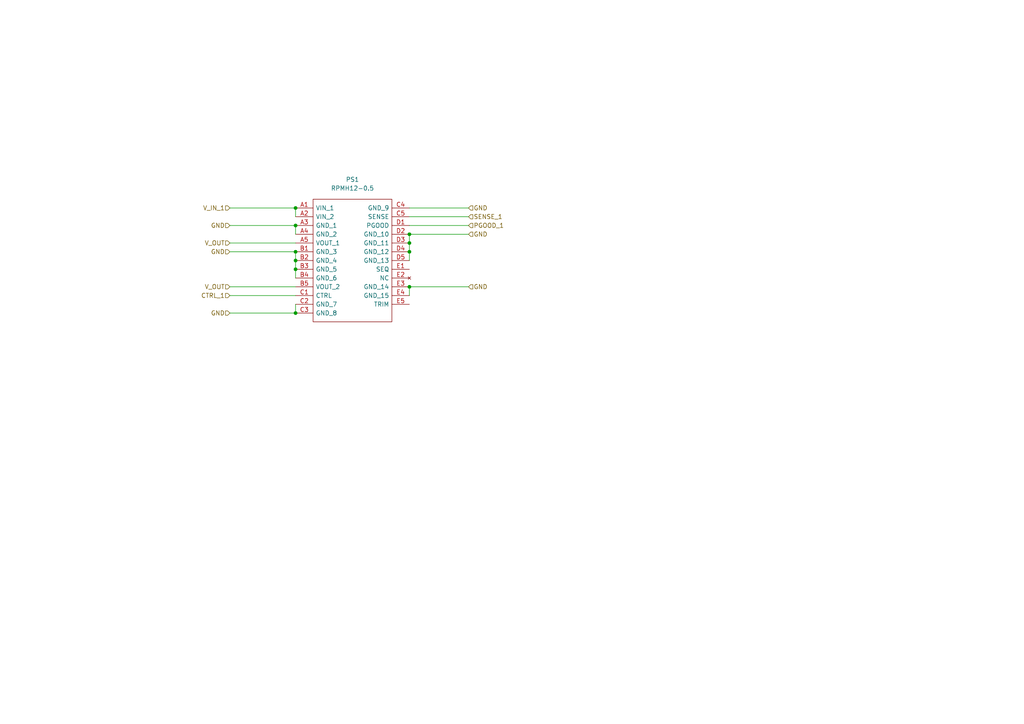
<source format=kicad_sch>
(kicad_sch (version 20211123) (generator eeschema)
  (paper "A4")
  (lib_symbols
    (symbol "RPMH12-0.5:RPMH12-0.5" (pin_names (offset 0.762))
      (property "Reference" "PS" (at 29.21 7.62 0))
      (property "Value" "RPMH12-0.5" (at 29.21 5.08 0))
      (symbol "RPMH12-0.5_0_0"
        (pin passive line (at 0 0 0) (length 5.08) (name "VIN_1") (number "A1"))
        (pin passive line (at 0 -2.54 0) (length 5.08) (name "VIN_2") (number "A2"))
        (pin passive line (at 0 -5.08 0) (length 5.08) (name "GND_1") (number "A3"))
        (pin passive line (at 0 -7.62 0) (length 5.08) (name "GND_2") (number "A4"))
        (pin passive line (at 0 -10.16 0) (length 5.08) (name "VOUT_1") (number "A5"))
        (pin passive line (at 0 -12.7 0) (length 5.08) (name "GND_3") (number "B1"))
        (pin passive line (at 0 -15.24 0) (length 5.08) (name "GND_4") (number "B2"))
        (pin passive line (at 0 -17.78 0) (length 5.08) (name "GND_5") (number "B3"))
        (pin passive line (at 0 -20.32 0) (length 5.08) (name "GND_6") (number "B4"))
        (pin passive line (at 0 -22.86 0) (length 5.08) (name "VOUT_2") (number "B5"))
        (pin passive line (at 0 -25.4 0) (length 5.08) (name "CTRL") (number "C1"))
        (pin passive line (at 0 -27.94 0) (length 5.08) (name "GND_7") (number "C2"))
        (pin passive line (at 0 -30.48 0) (length 5.08) (name "GND_8") (number "C3"))
        (pin passive line (at 33.02 0 180) (length 5.08) (name "GND_9") (number "C4"))
        (pin passive line (at 33.02 -2.54 180) (length 5.08) (name "SENSE") (number "C5"))
        (pin passive line (at 33.02 -5.08 180) (length 5.08) (name "PGOOD") (number "D1"))
        (pin passive line (at 33.02 -7.62 180) (length 5.08) (name "GND_10") (number "D2"))
        (pin passive line (at 33.02 -10.16 180) (length 5.08) (name "GND_11") (number "D3"))
        (pin passive line (at 33.02 -12.7 180) (length 5.08) (name "GND_12") (number "D4"))
        (pin passive line (at 33.02 -15.24 180) (length 5.08) (name "GND_13") (number "D5"))
        (pin passive line (at 33.02 -17.78 180) (length 5.08) (name "SEQ") (number "E1"))
        (pin no_connect line (at 33.02 -20.32 180) (length 5.08) (name "NC") (number "E2"))
        (pin passive line (at 33.02 -22.86 180) (length 5.08) (name "GND_14") (number "E3"))
        (pin passive line (at 33.02 -25.4 180) (length 5.08) (name "GND_15") (number "E4"))
        (pin passive line (at 33.02 -27.94 180) (length 5.08) (name "TRIM") (number "E5"))
      )
      (symbol "RPMH12-0.5_0_1"
        (polyline (pts (xy 5.08 2.54) (xy 27.94 2.54) (xy 27.94 -33.02) (xy 5.08 -33.02) (xy 5.08 2.54)) (stroke (width 0.1524)))
      )
    )
  )
  (junction (at 118.745 70.485))
  (junction (at 85.725 73.025))
  (junction (at 85.725 90.805))
  (junction (at 118.745 83.185))
  (junction (at 85.725 60.325))
  (junction (at 85.725 65.405))
  (junction (at 85.725 78.105))
  (junction (at 118.745 67.945))
  (junction (at 85.725 75.565))
  (junction (at 118.745 73.025))
  (wire (pts (xy 66.675 73.025) (xy 85.725 73.025)))
  (wire (pts (xy 118.745 70.485) (xy 118.745 73.025)))
  (wire (pts (xy 118.745 60.325) (xy 135.89 60.325)))
  (wire (pts (xy 66.675 60.325) (xy 85.725 60.325)))
  (wire (pts (xy 85.725 73.025) (xy 85.725 75.565)))
  (wire (pts (xy 118.745 83.185) (xy 135.89 83.185)))
  (wire (pts (xy 118.745 67.945) (xy 118.745 70.485)))
  (wire (pts (xy 66.675 83.185) (xy 85.725 83.185)))
  (wire (pts (xy 85.725 88.265) (xy 85.725 90.805)))
  (wire (pts (xy 118.745 83.185) (xy 118.745 85.725)))
  (wire (pts (xy 66.675 85.725) (xy 85.725 85.725)))
  (wire (pts (xy 85.725 78.105) (xy 85.725 80.645)))
  (wire (pts (xy 66.675 70.485) (xy 85.725 70.485)))
  (wire (pts (xy 118.745 67.945) (xy 135.89 67.945)))
  (wire (pts (xy 85.725 75.565) (xy 85.725 78.105)))
  (wire (pts (xy 118.745 73.025) (xy 118.745 75.565)))
  (wire (pts (xy 85.725 60.325) (xy 85.725 62.865)))
  (wire (pts (xy 66.675 90.805) (xy 85.725 90.805)))
  (wire (pts (xy 85.725 65.405) (xy 85.725 67.945)))
  (wire (pts (xy 66.675 65.405) (xy 85.725 65.405)))
  (wire (pts (xy 118.745 62.865) (xy 135.89 62.865)))
  (wire (pts (xy 118.745 65.405) (xy 135.89 65.405)))
  (hierarchical_label "GND" (shape input) (at 66.675 73.025 180))
  (hierarchical_label "PGOOD_1" (shape input) (at 135.89 65.405 0))
  (hierarchical_label "V_OUT" (shape input) (at 66.675 83.185 180))
  (hierarchical_label "V_OUT" (shape input) (at 66.675 70.485 180))
  (hierarchical_label "GND" (shape input) (at 135.89 60.325 0))
  (hierarchical_label "GND" (shape input) (at 135.89 83.185 0))
  (hierarchical_label "SENSE_1" (shape input) (at 135.89 62.865 0))
  (hierarchical_label "GND" (shape input) (at 66.675 65.405 180))
  (hierarchical_label "V_IN_1" (shape input) (at 66.675 60.325 180))
  (hierarchical_label "GND" (shape input) (at 135.89 67.945 0))
  (hierarchical_label "GND" (shape input) (at 66.675 90.805 180))
  (hierarchical_label "CTRL_1" (shape input) (at 66.675 85.725 180))
  (symbol (lib_id "RPMH12-0.5:RPMH12-0.5") (at 85.725 60.325 0) (unit 1)
    (property "Reference" "PS1" (at 102.235 52.07 0))
    (property "Value" "RPMH12-0.5" (at 102.235 54.61 0))
    (property "Footprint" "RPMH12-0:RPMH1205" (effects hide))
    (property "Datasheet" "https://recom-power.com/pdf/Innoline/RPMH-0.5.pdf" (effects hide))
    (property "Description" "Non-Isolated DC/DC Converters 13.5-65Vi 12Vo 500mA 7.2-13.2VTrim Reg.," (effects hide))
    (property "Height" "4" (effects hide))
    (property "Manufacturer_Name" "RECOM Power" (effects hide))
    (property "Manufacturer_Part_Number" "RPMH12-0.5" (effects hide))
    (property "Mouser Part Number" "919-RPMH12-0.5" (effects hide))
    (property "Mouser Price/Stock" "https://www.mouser.co.uk/ProductDetail/RECOM-Power/RPMH12-05?qs=wnTfsH77Xs6UW%2FaBCmpCXQ%3D%3D" (effects hide))
  )
)
</source>
